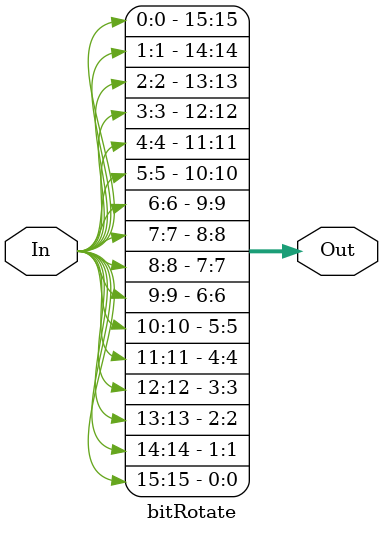
<source format=v>
module bitRotate(In, Out);
	input [15:0] In;
	output [15:0] Out;


	// Rd[bit i] <- Rs[bit 15-i] for i=0..15
	assign Out[0] = In[15];
	assign Out[1] = In[14];
	assign Out[2] = In[13];
	assign Out[3] = In[12];
	assign Out[4] = In[11];
	assign Out[5] = In[10];
	assign Out[6] = In[9];
	assign Out[7] = In[8];
	assign Out[8] = In[7];
	assign Out[9] = In[6];
	assign Out[10] = In[5];
	assign Out[11] = In[4];
	assign Out[12] = In[3];
	assign Out[13] = In[2];
	assign Out[14] = In[1];
	assign Out[15] = In[0];


endmodule
</source>
